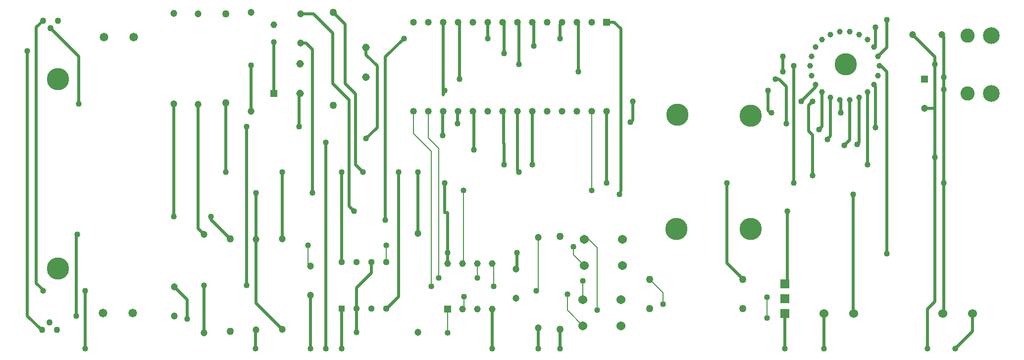
<source format=gbr>
G04 DesignSpark PCB Gerber Version 9.0 Build 5138 *
%FSLAX35Y35*%
%MOIN*%
%ADD22R,0.04449X0.04449*%
%ADD73R,0.04528X0.04528*%
%ADD20R,0.04563X0.04563*%
%ADD70R,0.04661X0.04661*%
%ADD77R,0.04724X0.04724*%
%ADD79R,0.06000X0.06000*%
%ADD16C,0.00800*%
%ADD18C,0.02000*%
%ADD24C,0.03937*%
%ADD17C,0.04000*%
%ADD78C,0.04331*%
%ADD23C,0.04449*%
%ADD74C,0.04528*%
%ADD21C,0.04563*%
%ADD71C,0.04661*%
%ADD28C,0.04724*%
%ADD29C,0.05020*%
%ADD72C,0.05181*%
%ADD27C,0.05819*%
%ADD76C,0.06000*%
%ADD75C,0.06063*%
%ADD25C,0.09539*%
%ADD26C,0.11205*%
%ADD19C,0.15000*%
X0Y0D02*
D02*
D16*
X196100Y76100D02*
Y63600D01*
X197600Y62100*
X248600Y64730D02*
Y76100D01*
X267100Y166600D02*
Y151600D01*
X279100Y139600*
Y48600*
X277100Y166600D02*
Y148600D01*
X284100Y141600*
Y54100*
X290100Y33226D02*
Y17100D01*
X300600Y113100D02*
Y64474D01*
X300100Y63974*
X301100Y41600D02*
Y34226D01*
X300100Y33226*
X310100Y54100D02*
Y63974D01*
X321100Y48600D02*
Y62974D01*
X320100Y63974*
X351100Y81600D02*
Y47100D01*
X349600Y45600*
X370600Y43100D02*
Y32383D01*
X381100Y21883*
X374600Y75100D02*
Y69883D01*
X382100Y62383*
X381100Y39600D02*
Y52100D01*
X382100Y80100D02*
X385100D01*
X390600Y74600*
Y32600*
X387100Y166600D02*
Y113100D01*
X435100Y36600D02*
Y44100D01*
X426100Y53100*
X505100Y27100D02*
Y41100D01*
D02*
D17*
X7100Y207100D03*
X17600Y45600D03*
X40100Y28600D03*
X40600Y83600D03*
X41600Y171600D03*
X46100Y6600D03*
Y45600D03*
X105600Y95600D03*
X114600Y26600D03*
X126100Y49100D03*
X130600Y95600D03*
X140600Y125600D03*
X154600Y49100D03*
Y156100D03*
X157600Y197600D03*
X160600Y6600D03*
X161100Y111600D03*
X173100Y213100D03*
X178600Y125600D03*
X190100Y156100D03*
X196100Y76100D03*
X197600Y6600D03*
X199100Y111600D03*
X208100Y6600D03*
Y145600D03*
X218600Y6600D03*
Y125600D03*
X227100Y99100D03*
X228600Y17576D03*
X233100Y125600D03*
X235100Y148100D03*
X248100Y93100D03*
X248600Y76100D03*
X257100Y125600D03*
X260600Y215600D03*
X270100Y125600D03*
X279100Y48600D03*
X284100Y54100D03*
X286600Y150100D03*
X288100Y118100D03*
Y180600D03*
X290100Y17100D03*
Y71100D03*
X296600Y158100D03*
X298100Y188100D03*
X300600Y113100D03*
X301100Y41600D03*
X307600Y140600D03*
X310100Y54100D03*
X317100Y215600D03*
X320100Y6600D03*
X321100Y48600D03*
X328100Y130600D03*
Y205600D03*
X336600Y71100D03*
X338100Y125600D03*
Y198100D03*
X347100Y130600D03*
X348100Y210600D03*
X349600Y45600D03*
X351100Y6600D03*
X365600D03*
Y215600D03*
X370600Y43100D03*
X374600Y75100D03*
X378100Y193100D03*
X381100Y52100D03*
X387100Y113100D03*
X390600Y32600D03*
X397100Y118100D03*
X405600Y110600D03*
X413100Y159100D03*
X414600Y173100D03*
X435100Y36600D03*
X478100Y118100D03*
X505100Y27100D03*
Y41100D03*
X505600Y180600D03*
X508100Y165600D03*
X510600Y188100D03*
X515600Y193100D03*
Y203644D03*
X517100Y6600D03*
X518100Y158100D03*
X518600Y99100D03*
X523100Y118100D03*
Y197100D03*
X528100Y173100D03*
X535600Y123100D03*
Y173100D03*
X540100Y154100D03*
X543238Y6600D03*
X545600Y147600D03*
X554600Y165600D03*
X557100Y143600D03*
X563100Y110600D03*
X565600Y144100D03*
X572542Y130600D03*
X578100Y155600D03*
Y223100D03*
X585600Y70600D03*
Y228100D03*
X613100Y6600D03*
X618100Y135600D03*
Y198100D03*
X624100Y118100D03*
Y181100D03*
Y189600D03*
X631600Y6600D03*
D02*
D18*
X17100Y19100D02*
X16600D01*
X7100Y28600*
Y207100*
X17600Y45600D02*
Y46100D01*
X13100Y50600*
Y223100*
X17600Y227600*
X40100Y28600D02*
Y83600D01*
X40600*
X41600Y171600D02*
Y203600D01*
X22600Y222600*
X46100Y45600D02*
Y6600D01*
X105600Y171600D02*
Y95600D01*
X114600Y26600D02*
Y39600D01*
X106100Y48100*
X122100Y171100D02*
Y87635D01*
X126100Y83635*
Y17100D02*
Y49100D01*
X130600Y95600D02*
Y93600D01*
X143600Y80600*
X140600Y172257D02*
Y125600D01*
X154600Y49100D02*
Y156100D01*
X157600Y166565D02*
Y197600D01*
X160600Y6600D02*
Y18576D01*
X161100Y19076*
Y80100D02*
Y37076D01*
X178600Y19576*
X161100Y111600D02*
Y80100D01*
X173100Y213100D02*
Y178600D01*
X178600Y80600D02*
Y125600D01*
X190100Y156100D02*
Y178100D01*
X190600Y178600*
X191100Y212415D02*
X194785D01*
X199100Y208100*
Y111600*
X191100Y232100D02*
X199600D01*
X212600Y219100*
Y185100*
X223600Y174100*
Y102600*
X227100Y99100*
X197600Y42415D02*
Y6600D01*
X208100Y145600D02*
Y6600D01*
X213100Y233198D02*
X221100Y225198D01*
Y185100*
X228100Y178100*
Y130600*
X233100Y125600*
X218600Y33470D02*
Y6600D01*
Y64730D02*
Y125600D01*
X228600Y17576D02*
Y33470D01*
Y47600*
X238600Y57600*
Y64730*
X235100Y209600D02*
Y204600D01*
X242600Y197100*
Y155600*
X235100Y148100*
X248100Y93100D02*
Y203100D01*
X260600Y215600*
X248600Y33470D02*
X248970D01*
X257100Y41600*
Y125600*
X270100Y84135D02*
Y125600D01*
X286600Y150100D02*
Y166100D01*
X287100Y166600*
Y226600D02*
Y177600D01*
X288100Y180600*
X290100Y63974D02*
Y71100D01*
Y98100*
X288100*
Y118100*
X296600Y158100D02*
Y166100D01*
X297100Y166600*
X298100Y188100D02*
Y225600D01*
X297100Y226600*
X307600Y140600D02*
Y166100D01*
X307100Y166600*
X317100Y226600D02*
Y215600D01*
X320100Y33226D02*
Y6600D01*
X327600Y145100D02*
Y166100D01*
X327100Y166600*
X328100Y130600D02*
Y144600D01*
X327600Y145100*
X328100Y205600D02*
Y225600D01*
X327100Y226600*
X336600Y71100D02*
Y60785D01*
X336100Y60285*
X337100Y166600D02*
Y126600D01*
X338100Y125600*
Y198100D02*
Y225600D01*
X337100Y226600*
X347100Y166600D02*
Y130600D01*
X348100Y210600D02*
Y225600D01*
X347100Y226600*
X351100Y20576D02*
Y6600D01*
X365600Y19600D02*
Y6600D01*
Y215600D02*
Y225100D01*
X367100Y226600*
X378100Y193100D02*
Y225600D01*
X377100Y226600*
X397100Y166600D02*
Y118100D01*
Y226600D02*
X402100D01*
X406600Y222100*
Y113100*
X405600Y110600*
X414600Y173100D02*
Y160600D01*
X413100Y159100*
X488698Y53100D02*
Y53502D01*
X478100Y64100*
Y118100*
X505600Y180600D02*
Y167100D01*
X507100Y165600*
X508100*
X515600Y203644D02*
Y193100D01*
X517100Y30100D02*
Y6600D01*
X518100Y158100D02*
Y183100D01*
X513100Y188100*
X510600*
X518600Y99100D02*
Y51600D01*
X517100Y50100*
X523100Y197100D02*
Y118100D01*
X535600Y123100D02*
Y150600D01*
X533100Y153100*
Y170600*
X535600Y173100*
X537790Y184538D02*
Y182790D01*
X528100Y173100*
X542120Y179542D02*
Y156120D01*
X540100Y154100*
X543238Y30100D02*
Y6600D01*
X547683Y175969D02*
Y149683D01*
X545600Y147600*
X554600Y165600D02*
Y173534D01*
X554027Y174107*
X560638Y174109D02*
Y147138D01*
X557100Y143600*
X563100Y110600D02*
Y30238D01*
X563238Y30100*
X566981Y175972D02*
Y145481D01*
X565600Y144100*
X572542Y179548D02*
Y130600D01*
X576871Y184544D02*
Y184329D01*
X578100Y183100*
Y155600*
Y223100D02*
Y210892D01*
X576868Y209660*
X580557Y197103D02*
X581597D01*
X585600Y193100*
Y70600*
Y228100D02*
Y209631D01*
X579615Y203646*
X611100Y168415D02*
X618100D01*
Y135600D02*
Y38100D01*
X613100Y33100*
Y6600*
X618100Y168415D02*
Y135600D01*
Y198100D02*
Y203100D01*
X603100Y218100*
X618100Y198100D02*
Y168415D01*
X624100Y118100D02*
Y30962D01*
X623238Y30100*
X624100Y181100D02*
Y118100D01*
Y189600D02*
Y216785D01*
X622785Y218100*
X624100Y189600D02*
Y181100D01*
X643238Y30100D02*
Y18238D01*
X631600Y6600*
D02*
D19*
X27600Y60600D03*
Y188100D03*
X444100Y87100D03*
X444600Y164100D03*
X494100Y87100D03*
Y163600D03*
X558100Y198100D03*
D02*
D70*
X397100Y226600D03*
D02*
D71*
X267100Y166600D03*
Y226600D03*
X277100Y166600D03*
Y226600D03*
X287100Y166600D03*
Y226600D03*
X297100Y166600D03*
Y226600D03*
X307100Y166600D03*
Y226600D03*
X317100Y166600D03*
Y226600D03*
X327100Y166600D03*
Y226600D03*
X337100Y166600D03*
Y226600D03*
X347100Y166600D03*
Y226600D03*
X357100Y166600D03*
Y226600D03*
X367100Y166600D03*
Y226600D03*
X377100Y166600D03*
Y226600D03*
X387100Y166600D03*
Y226600D03*
X397100Y166600D03*
D02*
D20*
X290100Y33226D03*
D02*
D21*
Y63974D03*
X300100Y33226D03*
Y63974D03*
X310100Y33226D03*
Y63974D03*
X320100Y33226D03*
Y63974D03*
D02*
D22*
X218600Y33470D03*
D02*
D23*
Y64730D03*
X228600Y33470D03*
Y64730D03*
X238600Y33470D03*
Y64730D03*
X248600Y33470D03*
Y64730D03*
D02*
D24*
X534100Y197100D03*
X535041Y203644D03*
X535043Y190551D03*
X537787Y209658D03*
X537790Y184538D03*
X542117Y214654D03*
X542120Y179542D03*
X547678Y218229D03*
X547683Y175969D03*
X554021Y220092D03*
X554027Y174107D03*
X560633Y220092D03*
X560638Y174109D03*
X566976Y218230D03*
X566981Y175972D03*
X572538Y214656D03*
X572542Y179548D03*
X576868Y209660D03*
X576871Y184544D03*
X579615Y203646D03*
X579617Y190559D03*
X580557Y197103D03*
D02*
D25*
X640167Y178612D03*
Y217588D03*
D02*
D26*
X655915Y178612D03*
Y217588D03*
D02*
D27*
X58100Y30600D03*
X58600Y216600D03*
X78100Y30600D03*
X78600Y216600D03*
D02*
D28*
X105600Y171600D03*
Y232624D03*
X106100Y28415D03*
Y48100D03*
X122100Y171100D03*
Y232124D03*
X126100Y17100D03*
Y83635D03*
X157600Y166565D03*
Y233100D03*
X161100Y19076D03*
Y80100D03*
X178600Y19576D03*
Y80600D03*
X191100Y212415D03*
Y232100D03*
X197600Y42415D03*
Y62100D03*
X270100Y17600D03*
Y84135D03*
X336100Y40600D03*
Y60285D03*
X351100Y20576D03*
Y81600D03*
X603100Y218100D03*
X611100Y168415D03*
X622785Y218100D03*
D02*
D29*
X140600Y172257D03*
Y232100D03*
X143600Y18002D03*
Y80600D03*
X213100Y170600D03*
Y233198D03*
X365600Y19600D03*
Y82198D03*
X426100Y33600D03*
Y53100D03*
X488698Y33600D03*
Y53100D03*
D02*
D72*
X190600Y178600D03*
Y198600D03*
X235100Y189600D03*
Y209600D03*
D02*
D73*
X173100Y178600D03*
D02*
D74*
Y224663D03*
D02*
D75*
X381100Y21883D03*
Y39600D03*
X382100Y62383D03*
Y80100D03*
X406691Y21883D03*
Y39600D03*
X407691Y62383D03*
Y80100D03*
D02*
D76*
X543238Y30100D03*
X563238D03*
X623238D03*
X643238D03*
D02*
D77*
X611100Y188100D03*
D02*
D78*
X17100Y19100D03*
X17600Y227600D03*
X22100Y24100D03*
X22600Y222600D03*
X27100Y19100D03*
X27600Y227600D03*
D02*
D79*
X517100Y30100D03*
Y40100D03*
Y50100D03*
X0Y0D02*
M02*

</source>
